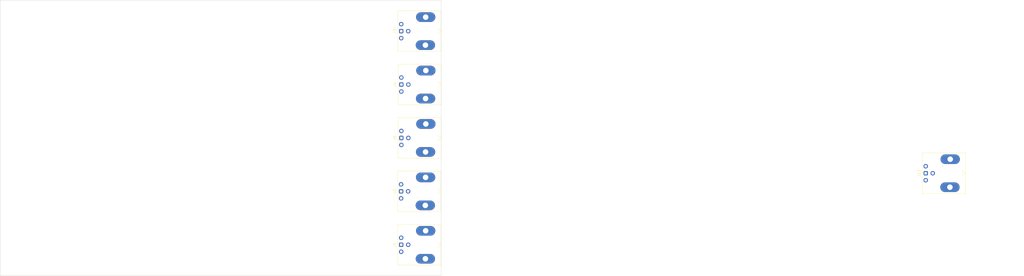
<source format=kicad_pcb>
(kicad_pcb (version 20171130) (host pcbnew "(5.1.10)-1")

  (general
    (thickness 1.6)
    (drawings 4)
    (tracks 0)
    (zones 0)
    (modules 6)
    (nets 13)
  )

  (page A4)
  (layers
    (0 F.Cu signal)
    (31 B.Cu signal)
    (32 B.Adhes user)
    (33 F.Adhes user)
    (34 B.Paste user)
    (35 F.Paste user)
    (36 B.SilkS user)
    (37 F.SilkS user)
    (38 B.Mask user)
    (39 F.Mask user)
    (40 Dwgs.User user)
    (41 Cmts.User user)
    (42 Eco1.User user)
    (43 Eco2.User user)
    (44 Edge.Cuts user)
    (45 Margin user)
    (46 B.CrtYd user)
    (47 F.CrtYd user)
    (48 B.Fab user)
    (49 F.Fab user)
  )

  (setup
    (last_trace_width 0.25)
    (trace_clearance 0.2)
    (zone_clearance 0.508)
    (zone_45_only no)
    (trace_min 0.2)
    (via_size 0.8)
    (via_drill 0.4)
    (via_min_size 0.4)
    (via_min_drill 0.3)
    (uvia_size 0.3)
    (uvia_drill 0.1)
    (uvias_allowed no)
    (uvia_min_size 0.2)
    (uvia_min_drill 0.1)
    (edge_width 0.05)
    (segment_width 0.2)
    (pcb_text_width 0.3)
    (pcb_text_size 1.5 1.5)
    (mod_edge_width 0.12)
    (mod_text_size 1 1)
    (mod_text_width 0.15)
    (pad_size 1.524 1.524)
    (pad_drill 0.762)
    (pad_to_mask_clearance 0)
    (aux_axis_origin 0 0)
    (visible_elements FFFFFF7F)
    (pcbplotparams
      (layerselection 0x010fc_ffffffff)
      (usegerberextensions false)
      (usegerberattributes true)
      (usegerberadvancedattributes true)
      (creategerberjobfile true)
      (excludeedgelayer true)
      (linewidth 0.100000)
      (plotframeref false)
      (viasonmask false)
      (mode 1)
      (useauxorigin false)
      (hpglpennumber 1)
      (hpglpenspeed 20)
      (hpglpendiameter 15.000000)
      (psnegative false)
      (psa4output false)
      (plotreference true)
      (plotvalue true)
      (plotinvisibletext false)
      (padsonsilk false)
      (subtractmaskfromsilk false)
      (outputformat 1)
      (mirror false)
      (drillshape 1)
      (scaleselection 1)
      (outputdirectory ""))
  )

  (net 0 "")
  (net 1 "Net-(J1-Pad2)")
  (net 2 "Net-(J1-Pad1)")
  (net 3 "Net-(J2-Pad2)")
  (net 4 "Net-(J2-Pad1)")
  (net 5 "Net-(J3-Pad2)")
  (net 6 "Net-(J3-Pad1)")
  (net 7 "Net-(J4-Pad2)")
  (net 8 "Net-(J4-Pad1)")
  (net 9 "Net-(J5-Pad2)")
  (net 10 "Net-(J5-Pad1)")
  (net 11 "Net-(J12-Pad2)")
  (net 12 "Net-(J12-Pad1)")

  (net_class Default "This is the default net class."
    (clearance 0.2)
    (trace_width 0.25)
    (via_dia 0.8)
    (via_drill 0.4)
    (uvia_dia 0.3)
    (uvia_drill 0.1)
    (add_net "Net-(J1-Pad1)")
    (add_net "Net-(J1-Pad2)")
    (add_net "Net-(J12-Pad1)")
    (add_net "Net-(J12-Pad2)")
    (add_net "Net-(J2-Pad1)")
    (add_net "Net-(J2-Pad2)")
    (add_net "Net-(J3-Pad1)")
    (add_net "Net-(J3-Pad2)")
    (add_net "Net-(J4-Pad1)")
    (add_net "Net-(J4-Pad2)")
    (add_net "Net-(J5-Pad1)")
    (add_net "Net-(J5-Pad2)")
  )

  (module Connector_Coaxial:BNC_Amphenol_031-6575_Horizontal (layer F.Cu) (tedit 5D726046) (tstamp 61FA21C7)
    (at 405.08936 109.08538 270)
    (descr "dual independently isolated BNC plug (https://www.amphenolrf.com/downloads/dl/file/id/2980/product/644/031_6575_customer_drawing.pdf)")
    (tags "Dual BNC Amphenol Horizontal")
    (path /61F2028B)
    (fp_text reference J12 (at 0 2.35 90) (layer F.SilkS)
      (effects (font (size 1 1) (thickness 0.15)))
    )
    (fp_text value Conn_Coaxial (at 0 4.35 270) (layer F.Fab)
      (effects (font (size 1 1) (thickness 0.15)))
    )
    (fp_text user %R (at 0 0 90) (layer F.Fab)
      (effects (font (size 1 1) (thickness 0.15)))
    )
    (fp_line (start -5 -21.75) (end 5 -22.75) (layer F.Fab) (width 0.1))
    (fp_line (start -5 -20.75) (end 5 -21.75) (layer F.Fab) (width 0.1))
    (fp_line (start -5 -19.75) (end 5 -20.75) (layer F.Fab) (width 0.1))
    (fp_line (start -5 -18.75) (end 5 -19.75) (layer F.Fab) (width 0.1))
    (fp_line (start -5 -17.75) (end 5 -18.75) (layer F.Fab) (width 0.1))
    (fp_line (start -5 -16.75) (end 5 -17.75) (layer F.Fab) (width 0.1))
    (fp_circle (center 0 -29.92) (end 1 -29.92) (layer F.Fab) (width 0.1))
    (fp_line (start 4.8 -23.05) (end 4.8 -35.15) (layer F.Fab) (width 0.1))
    (fp_line (start 4.8 -35.15) (end -4.8 -35.15) (layer F.Fab) (width 0.1))
    (fp_line (start -4.8 -35.15) (end -4.8 -23.05) (layer F.Fab) (width 0.1))
    (fp_line (start 6.35 -14.45) (end 6.35 -23.05) (layer F.Fab) (width 0.1))
    (fp_line (start 6.35 -23.05) (end -6.35 -23.05) (layer F.Fab) (width 0.1))
    (fp_line (start -6.35 -23.05) (end -6.35 -14.45) (layer F.Fab) (width 0.1))
    (fp_line (start -7.2 1.05) (end 7.2 1.05) (layer F.Fab) (width 0.1))
    (fp_line (start 7.2 1.05) (end 7.2 -14.45) (layer F.Fab) (width 0.1))
    (fp_line (start 7.2 -14.45) (end -7.2 -14.45) (layer F.Fab) (width 0.1))
    (fp_line (start -7.2 -14.45) (end -7.2 1.05) (layer F.Fab) (width 0.1))
    (fp_line (start -5 -15.75) (end 5 -16.75) (layer F.Fab) (width 0.1))
    (fp_line (start -7.35 -14.45) (end 7.35 -14.45) (layer F.SilkS) (width 0.12))
    (fp_line (start 7.35 -14.45) (end 7.35 1.2) (layer F.SilkS) (width 0.12))
    (fp_line (start 7.35 1.2) (end -7.35 1.2) (layer F.SilkS) (width 0.12))
    (fp_line (start -7.35 1.2) (end -7.35 -14.45) (layer F.SilkS) (width 0.12))
    (fp_line (start -7.7 1.55) (end 7.7 1.55) (layer F.CrtYd) (width 0.05))
    (fp_line (start -7.7 1.55) (end -7.7 -35.65) (layer F.CrtYd) (width 0.05))
    (fp_line (start 7.7 -35.65) (end -7.7 -35.65) (layer F.CrtYd) (width 0.05))
    (fp_line (start 7.7 1.55) (end 7.7 -35.65) (layer F.CrtYd) (width 0.05))
    (fp_line (start 0 -14.25) (end -1 -13.25) (layer F.SilkS) (width 0.12))
    (fp_line (start 0 -14.25) (end 1 -13.25) (layer F.SilkS) (width 0.12))
    (pad 4 thru_hole circle (at 2.54 0 270) (size 1.6 1.6) (drill 0.89) (layers *.Cu *.Mask))
    (pad 3 thru_hole circle (at 0 -2.54 270) (size 1.6 1.6) (drill 0.89) (layers *.Cu *.Mask))
    (pad 2 thru_hole circle (at -2.54 0 270) (size 1.6 1.6) (drill 0.89) (layers *.Cu *.Mask)
      (net 11 "Net-(J12-Pad2)"))
    (pad 1 thru_hole roundrect (at 0 0 270) (size 1.6 1.6) (drill 0.89) (layers *.Cu *.Mask) (roundrect_rratio 0.25)
      (net 12 "Net-(J12-Pad1)"))
    (pad "" thru_hole oval (at 5.08 -8.79 270) (size 3.5 7) (drill 2.01) (layers *.Cu *.Mask))
    (pad "" thru_hole oval (at -5.08 -8.89 270) (size 3.5 7) (drill 2.01) (layers *.Cu *.Mask))
    (model ${KISYS3DMOD}/Connector_Coaxial.3dshapes/BNC_Amphenol_031-6575_Horizontal.wrl
      (at (xyz 0 0 0))
      (scale (xyz 1 1 1))
      (rotate (xyz 0 0 0))
    )
  )

  (module Connector_Coaxial:BNC_Amphenol_031-6575_Horizontal (layer F.Cu) (tedit 5D726046) (tstamp 61FA21A0)
    (at 214.81288 96.29013 270)
    (descr "dual independently isolated BNC plug (https://www.amphenolrf.com/downloads/dl/file/id/2980/product/644/031_6575_customer_drawing.pdf)")
    (tags "Dual BNC Amphenol Horizontal")
    (path /61F1BB8F)
    (fp_text reference J5 (at 0 2.35 90) (layer F.SilkS)
      (effects (font (size 1 1) (thickness 0.15)))
    )
    (fp_text value Conn_Coaxial (at 0 4.35 270) (layer F.Fab)
      (effects (font (size 1 1) (thickness 0.15)))
    )
    (fp_text user %R (at 0 0 90) (layer F.Fab)
      (effects (font (size 1 1) (thickness 0.15)))
    )
    (fp_line (start -5 -21.75) (end 5 -22.75) (layer F.Fab) (width 0.1))
    (fp_line (start -5 -20.75) (end 5 -21.75) (layer F.Fab) (width 0.1))
    (fp_line (start -5 -19.75) (end 5 -20.75) (layer F.Fab) (width 0.1))
    (fp_line (start -5 -18.75) (end 5 -19.75) (layer F.Fab) (width 0.1))
    (fp_line (start -5 -17.75) (end 5 -18.75) (layer F.Fab) (width 0.1))
    (fp_line (start -5 -16.75) (end 5 -17.75) (layer F.Fab) (width 0.1))
    (fp_circle (center 0 -29.92) (end 1 -29.92) (layer F.Fab) (width 0.1))
    (fp_line (start 4.8 -23.05) (end 4.8 -35.15) (layer F.Fab) (width 0.1))
    (fp_line (start 4.8 -35.15) (end -4.8 -35.15) (layer F.Fab) (width 0.1))
    (fp_line (start -4.8 -35.15) (end -4.8 -23.05) (layer F.Fab) (width 0.1))
    (fp_line (start 6.35 -14.45) (end 6.35 -23.05) (layer F.Fab) (width 0.1))
    (fp_line (start 6.35 -23.05) (end -6.35 -23.05) (layer F.Fab) (width 0.1))
    (fp_line (start -6.35 -23.05) (end -6.35 -14.45) (layer F.Fab) (width 0.1))
    (fp_line (start -7.2 1.05) (end 7.2 1.05) (layer F.Fab) (width 0.1))
    (fp_line (start 7.2 1.05) (end 7.2 -14.45) (layer F.Fab) (width 0.1))
    (fp_line (start 7.2 -14.45) (end -7.2 -14.45) (layer F.Fab) (width 0.1))
    (fp_line (start -7.2 -14.45) (end -7.2 1.05) (layer F.Fab) (width 0.1))
    (fp_line (start -5 -15.75) (end 5 -16.75) (layer F.Fab) (width 0.1))
    (fp_line (start -7.35 -14.45) (end 7.35 -14.45) (layer F.SilkS) (width 0.12))
    (fp_line (start 7.35 -14.45) (end 7.35 1.2) (layer F.SilkS) (width 0.12))
    (fp_line (start 7.35 1.2) (end -7.35 1.2) (layer F.SilkS) (width 0.12))
    (fp_line (start -7.35 1.2) (end -7.35 -14.45) (layer F.SilkS) (width 0.12))
    (fp_line (start -7.7 1.55) (end 7.7 1.55) (layer F.CrtYd) (width 0.05))
    (fp_line (start -7.7 1.55) (end -7.7 -35.65) (layer F.CrtYd) (width 0.05))
    (fp_line (start 7.7 -35.65) (end -7.7 -35.65) (layer F.CrtYd) (width 0.05))
    (fp_line (start 7.7 1.55) (end 7.7 -35.65) (layer F.CrtYd) (width 0.05))
    (fp_line (start 0 -14.25) (end -1 -13.25) (layer F.SilkS) (width 0.12))
    (fp_line (start 0 -14.25) (end 1 -13.25) (layer F.SilkS) (width 0.12))
    (pad 4 thru_hole circle (at 2.54 0 270) (size 1.6 1.6) (drill 0.89) (layers *.Cu *.Mask))
    (pad 3 thru_hole circle (at 0 -2.54 270) (size 1.6 1.6) (drill 0.89) (layers *.Cu *.Mask))
    (pad 2 thru_hole circle (at -2.54 0 270) (size 1.6 1.6) (drill 0.89) (layers *.Cu *.Mask)
      (net 9 "Net-(J5-Pad2)"))
    (pad 1 thru_hole roundrect (at 0 0 270) (size 1.6 1.6) (drill 0.89) (layers *.Cu *.Mask) (roundrect_rratio 0.25)
      (net 10 "Net-(J5-Pad1)"))
    (pad "" thru_hole oval (at 5.08 -8.79 270) (size 3.5 7) (drill 2.01) (layers *.Cu *.Mask))
    (pad "" thru_hole oval (at -5.08 -8.89 270) (size 3.5 7) (drill 2.01) (layers *.Cu *.Mask))
    (model ${KISYS3DMOD}/Connector_Coaxial.3dshapes/BNC_Amphenol_031-6575_Horizontal.wrl
      (at (xyz 0 0 0))
      (scale (xyz 1 1 1))
      (rotate (xyz 0 0 0))
    )
  )

  (module Connector_Coaxial:BNC_Amphenol_031-6575_Horizontal (layer F.Cu) (tedit 5D726046) (tstamp 61FA2179)
    (at 214.81288 76.909295 270)
    (descr "dual independently isolated BNC plug (https://www.amphenolrf.com/downloads/dl/file/id/2980/product/644/031_6575_customer_drawing.pdf)")
    (tags "Dual BNC Amphenol Horizontal")
    (path /61F10889)
    (fp_text reference J4 (at 0 2.35 90) (layer F.SilkS)
      (effects (font (size 1 1) (thickness 0.15)))
    )
    (fp_text value Conn_Coaxial (at 0 4.35 270) (layer F.Fab)
      (effects (font (size 1 1) (thickness 0.15)))
    )
    (fp_text user %R (at 0 0 90) (layer F.Fab)
      (effects (font (size 1 1) (thickness 0.15)))
    )
    (fp_line (start -5 -21.75) (end 5 -22.75) (layer F.Fab) (width 0.1))
    (fp_line (start -5 -20.75) (end 5 -21.75) (layer F.Fab) (width 0.1))
    (fp_line (start -5 -19.75) (end 5 -20.75) (layer F.Fab) (width 0.1))
    (fp_line (start -5 -18.75) (end 5 -19.75) (layer F.Fab) (width 0.1))
    (fp_line (start -5 -17.75) (end 5 -18.75) (layer F.Fab) (width 0.1))
    (fp_line (start -5 -16.75) (end 5 -17.75) (layer F.Fab) (width 0.1))
    (fp_circle (center 0 -29.92) (end 1 -29.92) (layer F.Fab) (width 0.1))
    (fp_line (start 4.8 -23.05) (end 4.8 -35.15) (layer F.Fab) (width 0.1))
    (fp_line (start 4.8 -35.15) (end -4.8 -35.15) (layer F.Fab) (width 0.1))
    (fp_line (start -4.8 -35.15) (end -4.8 -23.05) (layer F.Fab) (width 0.1))
    (fp_line (start 6.35 -14.45) (end 6.35 -23.05) (layer F.Fab) (width 0.1))
    (fp_line (start 6.35 -23.05) (end -6.35 -23.05) (layer F.Fab) (width 0.1))
    (fp_line (start -6.35 -23.05) (end -6.35 -14.45) (layer F.Fab) (width 0.1))
    (fp_line (start -7.2 1.05) (end 7.2 1.05) (layer F.Fab) (width 0.1))
    (fp_line (start 7.2 1.05) (end 7.2 -14.45) (layer F.Fab) (width 0.1))
    (fp_line (start 7.2 -14.45) (end -7.2 -14.45) (layer F.Fab) (width 0.1))
    (fp_line (start -7.2 -14.45) (end -7.2 1.05) (layer F.Fab) (width 0.1))
    (fp_line (start -5 -15.75) (end 5 -16.75) (layer F.Fab) (width 0.1))
    (fp_line (start -7.35 -14.45) (end 7.35 -14.45) (layer F.SilkS) (width 0.12))
    (fp_line (start 7.35 -14.45) (end 7.35 1.2) (layer F.SilkS) (width 0.12))
    (fp_line (start 7.35 1.2) (end -7.35 1.2) (layer F.SilkS) (width 0.12))
    (fp_line (start -7.35 1.2) (end -7.35 -14.45) (layer F.SilkS) (width 0.12))
    (fp_line (start -7.7 1.55) (end 7.7 1.55) (layer F.CrtYd) (width 0.05))
    (fp_line (start -7.7 1.55) (end -7.7 -35.65) (layer F.CrtYd) (width 0.05))
    (fp_line (start 7.7 -35.65) (end -7.7 -35.65) (layer F.CrtYd) (width 0.05))
    (fp_line (start 7.7 1.55) (end 7.7 -35.65) (layer F.CrtYd) (width 0.05))
    (fp_line (start 0 -14.25) (end -1 -13.25) (layer F.SilkS) (width 0.12))
    (fp_line (start 0 -14.25) (end 1 -13.25) (layer F.SilkS) (width 0.12))
    (pad 4 thru_hole circle (at 2.54 0 270) (size 1.6 1.6) (drill 0.89) (layers *.Cu *.Mask))
    (pad 3 thru_hole circle (at 0 -2.54 270) (size 1.6 1.6) (drill 0.89) (layers *.Cu *.Mask))
    (pad 2 thru_hole circle (at -2.54 0 270) (size 1.6 1.6) (drill 0.89) (layers *.Cu *.Mask)
      (net 7 "Net-(J4-Pad2)"))
    (pad 1 thru_hole roundrect (at 0 0 270) (size 1.6 1.6) (drill 0.89) (layers *.Cu *.Mask) (roundrect_rratio 0.25)
      (net 8 "Net-(J4-Pad1)"))
    (pad "" thru_hole oval (at 5.08 -8.79 270) (size 3.5 7) (drill 2.01) (layers *.Cu *.Mask))
    (pad "" thru_hole oval (at -5.08 -8.89 270) (size 3.5 7) (drill 2.01) (layers *.Cu *.Mask))
    (model ${KISYS3DMOD}/Connector_Coaxial.3dshapes/BNC_Amphenol_031-6575_Horizontal.wrl
      (at (xyz 0 0 0))
      (scale (xyz 1 1 1))
      (rotate (xyz 0 0 0))
    )
  )

  (module Connector_Coaxial:BNC_Amphenol_031-6575_Horizontal (layer F.Cu) (tedit 5D726046) (tstamp 61FA2152)
    (at 214.75446 57.52846 270)
    (descr "dual independently isolated BNC plug (https://www.amphenolrf.com/downloads/dl/file/id/2980/product/644/031_6575_customer_drawing.pdf)")
    (tags "Dual BNC Amphenol Horizontal")
    (path /61F100B8)
    (fp_text reference J3 (at 0 2.35 90) (layer F.SilkS)
      (effects (font (size 1 1) (thickness 0.15)))
    )
    (fp_text value Conn_Coaxial (at 0 4.35 270) (layer F.Fab)
      (effects (font (size 1 1) (thickness 0.15)))
    )
    (fp_text user %R (at 0 0 90) (layer F.Fab)
      (effects (font (size 1 1) (thickness 0.15)))
    )
    (fp_line (start -5 -21.75) (end 5 -22.75) (layer F.Fab) (width 0.1))
    (fp_line (start -5 -20.75) (end 5 -21.75) (layer F.Fab) (width 0.1))
    (fp_line (start -5 -19.75) (end 5 -20.75) (layer F.Fab) (width 0.1))
    (fp_line (start -5 -18.75) (end 5 -19.75) (layer F.Fab) (width 0.1))
    (fp_line (start -5 -17.75) (end 5 -18.75) (layer F.Fab) (width 0.1))
    (fp_line (start -5 -16.75) (end 5 -17.75) (layer F.Fab) (width 0.1))
    (fp_circle (center 0 -29.92) (end 1 -29.92) (layer F.Fab) (width 0.1))
    (fp_line (start 4.8 -23.05) (end 4.8 -35.15) (layer F.Fab) (width 0.1))
    (fp_line (start 4.8 -35.15) (end -4.8 -35.15) (layer F.Fab) (width 0.1))
    (fp_line (start -4.8 -35.15) (end -4.8 -23.05) (layer F.Fab) (width 0.1))
    (fp_line (start 6.35 -14.45) (end 6.35 -23.05) (layer F.Fab) (width 0.1))
    (fp_line (start 6.35 -23.05) (end -6.35 -23.05) (layer F.Fab) (width 0.1))
    (fp_line (start -6.35 -23.05) (end -6.35 -14.45) (layer F.Fab) (width 0.1))
    (fp_line (start -7.2 1.05) (end 7.2 1.05) (layer F.Fab) (width 0.1))
    (fp_line (start 7.2 1.05) (end 7.2 -14.45) (layer F.Fab) (width 0.1))
    (fp_line (start 7.2 -14.45) (end -7.2 -14.45) (layer F.Fab) (width 0.1))
    (fp_line (start -7.2 -14.45) (end -7.2 1.05) (layer F.Fab) (width 0.1))
    (fp_line (start -5 -15.75) (end 5 -16.75) (layer F.Fab) (width 0.1))
    (fp_line (start -7.35 -14.45) (end 7.35 -14.45) (layer F.SilkS) (width 0.12))
    (fp_line (start 7.35 -14.45) (end 7.35 1.2) (layer F.SilkS) (width 0.12))
    (fp_line (start 7.35 1.2) (end -7.35 1.2) (layer F.SilkS) (width 0.12))
    (fp_line (start -7.35 1.2) (end -7.35 -14.45) (layer F.SilkS) (width 0.12))
    (fp_line (start -7.7 1.55) (end 7.7 1.55) (layer F.CrtYd) (width 0.05))
    (fp_line (start -7.7 1.55) (end -7.7 -35.65) (layer F.CrtYd) (width 0.05))
    (fp_line (start 7.7 -35.65) (end -7.7 -35.65) (layer F.CrtYd) (width 0.05))
    (fp_line (start 7.7 1.55) (end 7.7 -35.65) (layer F.CrtYd) (width 0.05))
    (fp_line (start 0 -14.25) (end -1 -13.25) (layer F.SilkS) (width 0.12))
    (fp_line (start 0 -14.25) (end 1 -13.25) (layer F.SilkS) (width 0.12))
    (pad 4 thru_hole circle (at 2.54 0 270) (size 1.6 1.6) (drill 0.89) (layers *.Cu *.Mask))
    (pad 3 thru_hole circle (at 0 -2.54 270) (size 1.6 1.6) (drill 0.89) (layers *.Cu *.Mask))
    (pad 2 thru_hole circle (at -2.54 0 270) (size 1.6 1.6) (drill 0.89) (layers *.Cu *.Mask)
      (net 5 "Net-(J3-Pad2)"))
    (pad 1 thru_hole roundrect (at 0 0 270) (size 1.6 1.6) (drill 0.89) (layers *.Cu *.Mask) (roundrect_rratio 0.25)
      (net 6 "Net-(J3-Pad1)"))
    (pad "" thru_hole oval (at 5.08 -8.79 270) (size 3.5 7) (drill 2.01) (layers *.Cu *.Mask))
    (pad "" thru_hole oval (at -5.08 -8.89 270) (size 3.5 7) (drill 2.01) (layers *.Cu *.Mask))
    (model ${KISYS3DMOD}/Connector_Coaxial.3dshapes/BNC_Amphenol_031-6575_Horizontal.wrl
      (at (xyz 0 0 0))
      (scale (xyz 1 1 1))
      (rotate (xyz 0 0 0))
    )
  )

  (module Connector_Coaxial:BNC_Amphenol_031-6575_Horizontal (layer F.Cu) (tedit 5D726046) (tstamp 61FA212B)
    (at 214.7189 115.670965 270)
    (descr "dual independently isolated BNC plug (https://www.amphenolrf.com/downloads/dl/file/id/2980/product/644/031_6575_customer_drawing.pdf)")
    (tags "Dual BNC Amphenol Horizontal")
    (path /61F0F6A2)
    (fp_text reference J2 (at 0 2.35 90) (layer F.SilkS)
      (effects (font (size 1 1) (thickness 0.15)))
    )
    (fp_text value Conn_Coaxial (at 0 4.35 270) (layer F.Fab)
      (effects (font (size 1 1) (thickness 0.15)))
    )
    (fp_text user %R (at 0 0 90) (layer F.Fab)
      (effects (font (size 1 1) (thickness 0.15)))
    )
    (fp_line (start -5 -21.75) (end 5 -22.75) (layer F.Fab) (width 0.1))
    (fp_line (start -5 -20.75) (end 5 -21.75) (layer F.Fab) (width 0.1))
    (fp_line (start -5 -19.75) (end 5 -20.75) (layer F.Fab) (width 0.1))
    (fp_line (start -5 -18.75) (end 5 -19.75) (layer F.Fab) (width 0.1))
    (fp_line (start -5 -17.75) (end 5 -18.75) (layer F.Fab) (width 0.1))
    (fp_line (start -5 -16.75) (end 5 -17.75) (layer F.Fab) (width 0.1))
    (fp_circle (center 0 -29.92) (end 1 -29.92) (layer F.Fab) (width 0.1))
    (fp_line (start 4.8 -23.05) (end 4.8 -35.15) (layer F.Fab) (width 0.1))
    (fp_line (start 4.8 -35.15) (end -4.8 -35.15) (layer F.Fab) (width 0.1))
    (fp_line (start -4.8 -35.15) (end -4.8 -23.05) (layer F.Fab) (width 0.1))
    (fp_line (start 6.35 -14.45) (end 6.35 -23.05) (layer F.Fab) (width 0.1))
    (fp_line (start 6.35 -23.05) (end -6.35 -23.05) (layer F.Fab) (width 0.1))
    (fp_line (start -6.35 -23.05) (end -6.35 -14.45) (layer F.Fab) (width 0.1))
    (fp_line (start -7.2 1.05) (end 7.2 1.05) (layer F.Fab) (width 0.1))
    (fp_line (start 7.2 1.05) (end 7.2 -14.45) (layer F.Fab) (width 0.1))
    (fp_line (start 7.2 -14.45) (end -7.2 -14.45) (layer F.Fab) (width 0.1))
    (fp_line (start -7.2 -14.45) (end -7.2 1.05) (layer F.Fab) (width 0.1))
    (fp_line (start -5 -15.75) (end 5 -16.75) (layer F.Fab) (width 0.1))
    (fp_line (start -7.35 -14.45) (end 7.35 -14.45) (layer F.SilkS) (width 0.12))
    (fp_line (start 7.35 -14.45) (end 7.35 1.2) (layer F.SilkS) (width 0.12))
    (fp_line (start 7.35 1.2) (end -7.35 1.2) (layer F.SilkS) (width 0.12))
    (fp_line (start -7.35 1.2) (end -7.35 -14.45) (layer F.SilkS) (width 0.12))
    (fp_line (start -7.7 1.55) (end 7.7 1.55) (layer F.CrtYd) (width 0.05))
    (fp_line (start -7.7 1.55) (end -7.7 -35.65) (layer F.CrtYd) (width 0.05))
    (fp_line (start 7.7 -35.65) (end -7.7 -35.65) (layer F.CrtYd) (width 0.05))
    (fp_line (start 7.7 1.55) (end 7.7 -35.65) (layer F.CrtYd) (width 0.05))
    (fp_line (start 0 -14.25) (end -1 -13.25) (layer F.SilkS) (width 0.12))
    (fp_line (start 0 -14.25) (end 1 -13.25) (layer F.SilkS) (width 0.12))
    (pad 4 thru_hole circle (at 2.54 0 270) (size 1.6 1.6) (drill 0.89) (layers *.Cu *.Mask))
    (pad 3 thru_hole circle (at 0 -2.54 270) (size 1.6 1.6) (drill 0.89) (layers *.Cu *.Mask))
    (pad 2 thru_hole circle (at -2.54 0 270) (size 1.6 1.6) (drill 0.89) (layers *.Cu *.Mask)
      (net 3 "Net-(J2-Pad2)"))
    (pad 1 thru_hole roundrect (at 0 0 270) (size 1.6 1.6) (drill 0.89) (layers *.Cu *.Mask) (roundrect_rratio 0.25)
      (net 4 "Net-(J2-Pad1)"))
    (pad "" thru_hole oval (at 5.08 -8.79 270) (size 3.5 7) (drill 2.01) (layers *.Cu *.Mask))
    (pad "" thru_hole oval (at -5.08 -8.89 270) (size 3.5 7) (drill 2.01) (layers *.Cu *.Mask))
    (model ${KISYS3DMOD}/Connector_Coaxial.3dshapes/BNC_Amphenol_031-6575_Horizontal.wrl
      (at (xyz 0 0 0))
      (scale (xyz 1 1 1))
      (rotate (xyz 0 0 0))
    )
  )

  (module Connector_Coaxial:BNC_Amphenol_031-6575_Horizontal (layer F.Cu) (tedit 5D726046) (tstamp 61FA2A71)
    (at 214.74684 135.0518 270)
    (descr "dual independently isolated BNC plug (https://www.amphenolrf.com/downloads/dl/file/id/2980/product/644/031_6575_customer_drawing.pdf)")
    (tags "Dual BNC Amphenol Horizontal")
    (path /61F07758)
    (fp_text reference J1 (at 0 2.35 90) (layer F.SilkS)
      (effects (font (size 1 1) (thickness 0.15)))
    )
    (fp_text value Conn_Coaxial (at 0 4.35 270) (layer F.Fab)
      (effects (font (size 1 1) (thickness 0.15)))
    )
    (fp_text user %R (at 0 0 90) (layer F.Fab)
      (effects (font (size 1 1) (thickness 0.15)))
    )
    (fp_line (start -5 -21.75) (end 5 -22.75) (layer F.Fab) (width 0.1))
    (fp_line (start -5 -20.75) (end 5 -21.75) (layer F.Fab) (width 0.1))
    (fp_line (start -5 -19.75) (end 5 -20.75) (layer F.Fab) (width 0.1))
    (fp_line (start -5 -18.75) (end 5 -19.75) (layer F.Fab) (width 0.1))
    (fp_line (start -5 -17.75) (end 5 -18.75) (layer F.Fab) (width 0.1))
    (fp_line (start -5 -16.75) (end 5 -17.75) (layer F.Fab) (width 0.1))
    (fp_circle (center 0 -29.92) (end 1 -29.92) (layer F.Fab) (width 0.1))
    (fp_line (start 4.8 -23.05) (end 4.8 -35.15) (layer F.Fab) (width 0.1))
    (fp_line (start 4.8 -35.15) (end -4.8 -35.15) (layer F.Fab) (width 0.1))
    (fp_line (start -4.8 -35.15) (end -4.8 -23.05) (layer F.Fab) (width 0.1))
    (fp_line (start 6.35 -14.45) (end 6.35 -23.05) (layer F.Fab) (width 0.1))
    (fp_line (start 6.35 -23.05) (end -6.35 -23.05) (layer F.Fab) (width 0.1))
    (fp_line (start -6.35 -23.05) (end -6.35 -14.45) (layer F.Fab) (width 0.1))
    (fp_line (start -7.2 1.05) (end 7.2 1.05) (layer F.Fab) (width 0.1))
    (fp_line (start 7.2 1.05) (end 7.2 -14.45) (layer F.Fab) (width 0.1))
    (fp_line (start 7.2 -14.45) (end -7.2 -14.45) (layer F.Fab) (width 0.1))
    (fp_line (start -7.2 -14.45) (end -7.2 1.05) (layer F.Fab) (width 0.1))
    (fp_line (start -5 -15.75) (end 5 -16.75) (layer F.Fab) (width 0.1))
    (fp_line (start -7.35 -14.45) (end 7.35 -14.45) (layer F.SilkS) (width 0.12))
    (fp_line (start 7.35 -14.45) (end 7.35 1.2) (layer F.SilkS) (width 0.12))
    (fp_line (start 7.35 1.2) (end -7.35 1.2) (layer F.SilkS) (width 0.12))
    (fp_line (start -7.35 1.2) (end -7.35 -14.45) (layer F.SilkS) (width 0.12))
    (fp_line (start -7.7 1.55) (end 7.7 1.55) (layer F.CrtYd) (width 0.05))
    (fp_line (start -7.7 1.55) (end -7.7 -35.65) (layer F.CrtYd) (width 0.05))
    (fp_line (start 7.7 -35.65) (end -7.7 -35.65) (layer F.CrtYd) (width 0.05))
    (fp_line (start 7.7 1.55) (end 7.7 -35.65) (layer F.CrtYd) (width 0.05))
    (fp_line (start 0 -14.25) (end -1 -13.25) (layer F.SilkS) (width 0.12))
    (fp_line (start 0 -14.25) (end 1 -13.25) (layer F.SilkS) (width 0.12))
    (pad 4 thru_hole circle (at 2.54 0 270) (size 1.6 1.6) (drill 0.89) (layers *.Cu *.Mask))
    (pad 3 thru_hole circle (at 0 -2.54 270) (size 1.6 1.6) (drill 0.89) (layers *.Cu *.Mask))
    (pad 2 thru_hole circle (at -2.54 0 270) (size 1.6 1.6) (drill 0.89) (layers *.Cu *.Mask)
      (net 1 "Net-(J1-Pad2)"))
    (pad 1 thru_hole roundrect (at 0 0 270) (size 1.6 1.6) (drill 0.89) (layers *.Cu *.Mask) (roundrect_rratio 0.25)
      (net 2 "Net-(J1-Pad1)"))
    (pad "" thru_hole oval (at 5.08 -8.79 270) (size 3.5 7) (drill 2.01) (layers *.Cu *.Mask))
    (pad "" thru_hole oval (at -5.08 -8.89 270) (size 3.5 7) (drill 2.01) (layers *.Cu *.Mask))
    (model ${KISYS3DMOD}/Connector_Coaxial.3dshapes/BNC_Amphenol_031-6575_Horizontal.wrl
      (at (xyz 0 0 0))
      (scale (xyz 1 1 1))
      (rotate (xyz 0 0 0))
    )
  )

  (gr_line (start 229.22992 46.28134) (end 229.22992 146.28368) (layer Edge.Cuts) (width 0.1))
  (gr_line (start 69.2277 46.28134) (end 229.22992 46.28134) (layer Edge.Cuts) (width 0.1))
  (gr_line (start 69.2277 146.28368) (end 69.2277 46.28134) (layer Edge.Cuts) (width 0.1))
  (gr_line (start 229.22992 146.28368) (end 69.2277 146.28368) (layer Edge.Cuts) (width 0.1))

)

</source>
